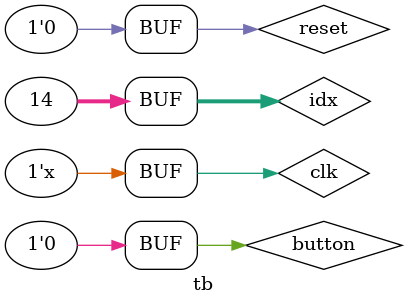
<source format=v>
`timescale 1ns / 1ps


module tb;

	// Inputs
	reg clk;
	reg reset;
	reg button;

	// Outputs
	wire LCD_E;
	wire LCD_RS;
	wire LCD_RW;
	wire [3:0] LCD_D;
	integer idx ;
	// Instantiate the Unit Under Test (UUT)
	lab7 uut (
		.clk(clk), 
		.reset(reset), 
		.button(button), 
		.LCD_E(LCD_E), 
		.LCD_RS(LCD_RS), 
		.LCD_RW(LCD_RW), 
		.LCD_D(LCD_D)
	);


	initial begin
		// Initialize Inputs
		clk = 0;
		reset = 0;
		button = 0;
		
		#5 reset = 1;
		#10 reset = 0;

		// Wait 100 ns for global reset to finish
		#1000 ;
		
		#8000 button = 1;
		for (idx = 0; idx < 14; idx = idx + 1)
		  #20 button = $random % 2;
		#100 button = 1;
		#1000 button = 0;
		// Add stimulus here

	end
	
  // System clock generator.
  parameter SYSTEM_CLOCK_FREQUENCY = 50; /* MHz */
  parameter CLOCK_PERIOD = 1000/SYSTEM_CLOCK_FREQUENCY; /* nsec */
	
	always #(CLOCK_PERIOD/2) clk = ! clk;
	
      
endmodule


</source>
